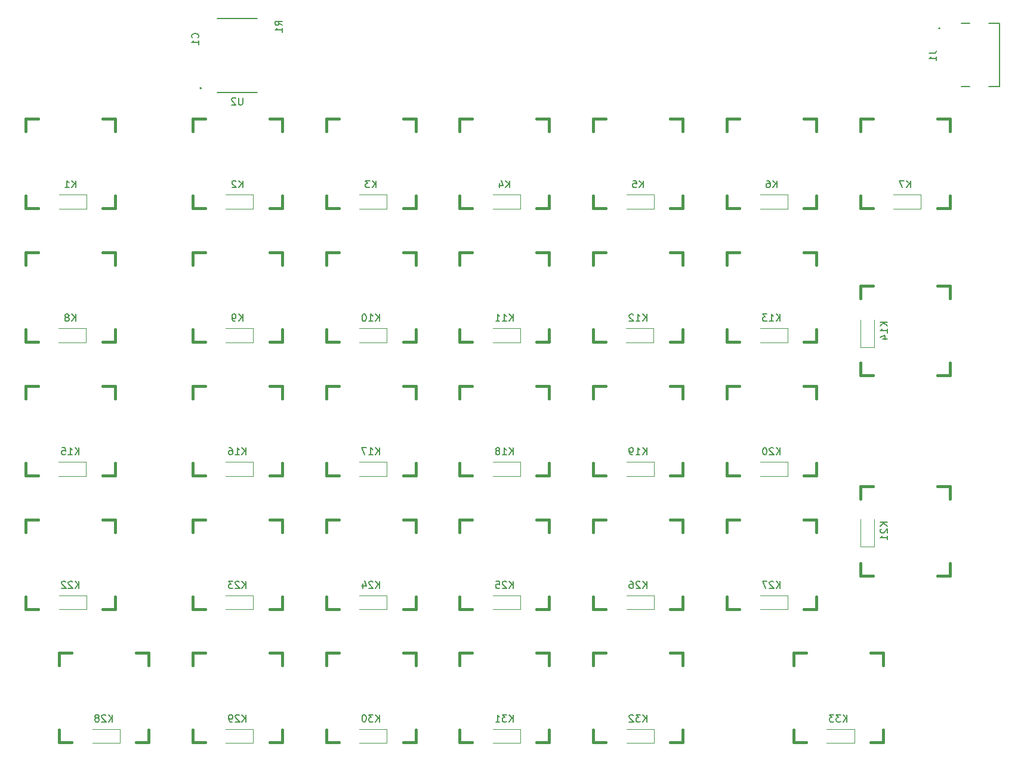
<source format=gbr>
%TF.GenerationSoftware,KiCad,Pcbnew,(5.1.6-0-10_14)*%
%TF.CreationDate,2020-07-02T10:25:43+02:00*%
%TF.ProjectId,aW_1,61575f31-2e6b-4696-9361-645f70636258,v1.0*%
%TF.SameCoordinates,Original*%
%TF.FileFunction,Legend,Bot*%
%TF.FilePolarity,Positive*%
%FSLAX46Y46*%
G04 Gerber Fmt 4.6, Leading zero omitted, Abs format (unit mm)*
G04 Created by KiCad (PCBNEW (5.1.6-0-10_14)) date 2020-07-02 10:25:43*
%MOMM*%
%LPD*%
G01*
G04 APERTURE LIST*
%ADD10C,0.381000*%
%ADD11C,0.127000*%
%ADD12C,0.200000*%
%ADD13C,0.120000*%
%ADD14C,0.160000*%
G04 APERTURE END LIST*
D10*
%TO.C,K33*%
X200602822Y-140671454D02*
X200602822Y-138893454D01*
X198824822Y-140671454D02*
X200602822Y-140671454D01*
X200602822Y-129749454D02*
X200602822Y-127971454D01*
X200602822Y-127971454D02*
X198824822Y-127971454D01*
X187902822Y-127971454D02*
X187902822Y-129749454D01*
X189680822Y-127971454D02*
X187902822Y-127971454D01*
X187902822Y-140671454D02*
X189680822Y-140671454D01*
X187902822Y-138893454D02*
X187902822Y-140671454D01*
%TO.C,K3*%
X134283422Y-53955854D02*
X134283422Y-52177854D01*
X134283422Y-52177854D02*
X132505422Y-52177854D01*
X132505422Y-64877854D02*
X134283422Y-64877854D01*
X134283422Y-64877854D02*
X134283422Y-63099854D01*
X121583422Y-64877854D02*
X123361422Y-64877854D01*
X121583422Y-63099854D02*
X121583422Y-64877854D01*
X123361422Y-52177854D02*
X121583422Y-52177854D01*
X121583422Y-52177854D02*
X121583422Y-53955854D01*
%TO.C,K13*%
X191128622Y-72904254D02*
X191128622Y-71126254D01*
X191128622Y-71126254D02*
X189350622Y-71126254D01*
X189350622Y-83826254D02*
X191128622Y-83826254D01*
X191128622Y-83826254D02*
X191128622Y-82048254D01*
X178428622Y-83826254D02*
X180206622Y-83826254D01*
X178428622Y-82048254D02*
X178428622Y-83826254D01*
X180206622Y-71126254D02*
X178428622Y-71126254D01*
X178428622Y-71126254D02*
X178428622Y-72904254D01*
%TO.C,K7*%
X210077022Y-53955854D02*
X210077022Y-52177854D01*
X210077022Y-52177854D02*
X208299022Y-52177854D01*
X208299022Y-64877854D02*
X210077022Y-64877854D01*
X210077022Y-64877854D02*
X210077022Y-63099854D01*
X197377022Y-64877854D02*
X199155022Y-64877854D01*
X197377022Y-63099854D02*
X197377022Y-64877854D01*
X199155022Y-52177854D02*
X197377022Y-52177854D01*
X197377022Y-52177854D02*
X197377022Y-53955854D01*
%TO.C,K12*%
X172180222Y-72904254D02*
X172180222Y-71126254D01*
X172180222Y-71126254D02*
X170402222Y-71126254D01*
X170402222Y-83826254D02*
X172180222Y-83826254D01*
X172180222Y-83826254D02*
X172180222Y-82048254D01*
X159480222Y-83826254D02*
X161258222Y-83826254D01*
X159480222Y-82048254D02*
X159480222Y-83826254D01*
X161258222Y-71126254D02*
X159480222Y-71126254D01*
X159480222Y-71126254D02*
X159480222Y-72904254D01*
%TO.C,K4*%
X153231822Y-53955854D02*
X153231822Y-52177854D01*
X153231822Y-52177854D02*
X151453822Y-52177854D01*
X151453822Y-64877854D02*
X153231822Y-64877854D01*
X153231822Y-64877854D02*
X153231822Y-63099854D01*
X140531822Y-64877854D02*
X142309822Y-64877854D01*
X140531822Y-63099854D02*
X140531822Y-64877854D01*
X142309822Y-52177854D02*
X140531822Y-52177854D01*
X140531822Y-52177854D02*
X140531822Y-53955854D01*
%TO.C,K16*%
X115335022Y-91852654D02*
X115335022Y-90074654D01*
X115335022Y-90074654D02*
X113557022Y-90074654D01*
X113557022Y-102774654D02*
X115335022Y-102774654D01*
X115335022Y-102774654D02*
X115335022Y-100996654D01*
X102635022Y-102774654D02*
X104413022Y-102774654D01*
X102635022Y-100996654D02*
X102635022Y-102774654D01*
X104413022Y-90074654D02*
X102635022Y-90074654D01*
X102635022Y-90074654D02*
X102635022Y-91852654D01*
%TO.C,K17*%
X134283422Y-91852654D02*
X134283422Y-90074654D01*
X134283422Y-90074654D02*
X132505422Y-90074654D01*
X132505422Y-102774654D02*
X134283422Y-102774654D01*
X134283422Y-102774654D02*
X134283422Y-100996654D01*
X121583422Y-102774654D02*
X123361422Y-102774654D01*
X121583422Y-100996654D02*
X121583422Y-102774654D01*
X123361422Y-90074654D02*
X121583422Y-90074654D01*
X121583422Y-90074654D02*
X121583422Y-91852654D01*
%TO.C,K20*%
X191128622Y-91852654D02*
X191128622Y-90074654D01*
X191128622Y-90074654D02*
X189350622Y-90074654D01*
X189350622Y-102774654D02*
X191128622Y-102774654D01*
X191128622Y-102774654D02*
X191128622Y-100996654D01*
X178428622Y-102774654D02*
X180206622Y-102774654D01*
X178428622Y-100996654D02*
X178428622Y-102774654D01*
X180206622Y-90074654D02*
X178428622Y-90074654D01*
X178428622Y-90074654D02*
X178428622Y-91852654D01*
%TO.C,K5*%
X172180222Y-53955854D02*
X172180222Y-52177854D01*
X172180222Y-52177854D02*
X170402222Y-52177854D01*
X170402222Y-64877854D02*
X172180222Y-64877854D01*
X172180222Y-64877854D02*
X172180222Y-63099854D01*
X159480222Y-64877854D02*
X161258222Y-64877854D01*
X159480222Y-63099854D02*
X159480222Y-64877854D01*
X161258222Y-52177854D02*
X159480222Y-52177854D01*
X159480222Y-52177854D02*
X159480222Y-53955854D01*
%TO.C,K11*%
X153231822Y-72904254D02*
X153231822Y-71126254D01*
X153231822Y-71126254D02*
X151453822Y-71126254D01*
X151453822Y-83826254D02*
X153231822Y-83826254D01*
X153231822Y-83826254D02*
X153231822Y-82048254D01*
X140531822Y-83826254D02*
X142309822Y-83826254D01*
X140531822Y-82048254D02*
X140531822Y-83826254D01*
X142309822Y-71126254D02*
X140531822Y-71126254D01*
X140531822Y-71126254D02*
X140531822Y-72904254D01*
%TO.C,K19*%
X172180222Y-91852654D02*
X172180222Y-90074654D01*
X172180222Y-90074654D02*
X170402222Y-90074654D01*
X170402222Y-102774654D02*
X172180222Y-102774654D01*
X172180222Y-102774654D02*
X172180222Y-100996654D01*
X159480222Y-102774654D02*
X161258222Y-102774654D01*
X159480222Y-100996654D02*
X159480222Y-102774654D01*
X161258222Y-90074654D02*
X159480222Y-90074654D01*
X159480222Y-90074654D02*
X159480222Y-91852654D01*
%TO.C,K18*%
X153231822Y-91852654D02*
X153231822Y-90074654D01*
X153231822Y-90074654D02*
X151453822Y-90074654D01*
X151453822Y-102774654D02*
X153231822Y-102774654D01*
X153231822Y-102774654D02*
X153231822Y-100996654D01*
X140531822Y-102774654D02*
X142309822Y-102774654D01*
X140531822Y-100996654D02*
X140531822Y-102774654D01*
X142309822Y-90074654D02*
X140531822Y-90074654D01*
X140531822Y-90074654D02*
X140531822Y-91852654D01*
%TO.C,K6*%
X191128622Y-53955854D02*
X191128622Y-52177854D01*
X191128622Y-52177854D02*
X189350622Y-52177854D01*
X189350622Y-64877854D02*
X191128622Y-64877854D01*
X191128622Y-64877854D02*
X191128622Y-63099854D01*
X178428622Y-64877854D02*
X180206622Y-64877854D01*
X178428622Y-63099854D02*
X178428622Y-64877854D01*
X180206622Y-52177854D02*
X178428622Y-52177854D01*
X178428622Y-52177854D02*
X178428622Y-53955854D01*
%TO.C,K9*%
X115335022Y-72904254D02*
X115335022Y-71126254D01*
X115335022Y-71126254D02*
X113557022Y-71126254D01*
X113557022Y-83826254D02*
X115335022Y-83826254D01*
X115335022Y-83826254D02*
X115335022Y-82048254D01*
X102635022Y-83826254D02*
X104413022Y-83826254D01*
X102635022Y-82048254D02*
X102635022Y-83826254D01*
X104413022Y-71126254D02*
X102635022Y-71126254D01*
X102635022Y-71126254D02*
X102635022Y-72904254D01*
%TO.C,K10*%
X134283422Y-72904254D02*
X134283422Y-71126254D01*
X134283422Y-71126254D02*
X132505422Y-71126254D01*
X132505422Y-83826254D02*
X134283422Y-83826254D01*
X134283422Y-83826254D02*
X134283422Y-82048254D01*
X121583422Y-83826254D02*
X123361422Y-83826254D01*
X121583422Y-82048254D02*
X121583422Y-83826254D01*
X123361422Y-71126254D02*
X121583422Y-71126254D01*
X121583422Y-71126254D02*
X121583422Y-72904254D01*
%TO.C,K2*%
X115335022Y-53955854D02*
X115335022Y-52177854D01*
X115335022Y-52177854D02*
X113557022Y-52177854D01*
X113557022Y-64877854D02*
X115335022Y-64877854D01*
X115335022Y-64877854D02*
X115335022Y-63099854D01*
X102635022Y-64877854D02*
X104413022Y-64877854D01*
X102635022Y-63099854D02*
X102635022Y-64877854D01*
X104413022Y-52177854D02*
X102635022Y-52177854D01*
X102635022Y-52177854D02*
X102635022Y-53955854D01*
%TO.C,K28*%
X96386622Y-129749454D02*
X96386622Y-127971454D01*
X96386622Y-127971454D02*
X94608622Y-127971454D01*
X94608622Y-140671454D02*
X96386622Y-140671454D01*
X96386622Y-140671454D02*
X96386622Y-138893454D01*
X83686622Y-140671454D02*
X85464622Y-140671454D01*
X83686622Y-138893454D02*
X83686622Y-140671454D01*
X85464622Y-127971454D02*
X83686622Y-127971454D01*
X83686622Y-127971454D02*
X83686622Y-129749454D01*
%TO.C,K30*%
X134283422Y-129749454D02*
X134283422Y-127971454D01*
X134283422Y-127971454D02*
X132505422Y-127971454D01*
X132505422Y-140671454D02*
X134283422Y-140671454D01*
X134283422Y-140671454D02*
X134283422Y-138893454D01*
X121583422Y-140671454D02*
X123361422Y-140671454D01*
X121583422Y-138893454D02*
X121583422Y-140671454D01*
X123361422Y-127971454D02*
X121583422Y-127971454D01*
X121583422Y-127971454D02*
X121583422Y-129749454D01*
%TO.C,K23*%
X115335022Y-110801054D02*
X115335022Y-109023054D01*
X115335022Y-109023054D02*
X113557022Y-109023054D01*
X113557022Y-121723054D02*
X115335022Y-121723054D01*
X115335022Y-121723054D02*
X115335022Y-119945054D01*
X102635022Y-121723054D02*
X104413022Y-121723054D01*
X102635022Y-119945054D02*
X102635022Y-121723054D01*
X104413022Y-109023054D02*
X102635022Y-109023054D01*
X102635022Y-109023054D02*
X102635022Y-110801054D01*
%TO.C,K32*%
X172180222Y-129749454D02*
X172180222Y-127971454D01*
X172180222Y-127971454D02*
X170402222Y-127971454D01*
X170402222Y-140671454D02*
X172180222Y-140671454D01*
X172180222Y-140671454D02*
X172180222Y-138893454D01*
X159480222Y-140671454D02*
X161258222Y-140671454D01*
X159480222Y-138893454D02*
X159480222Y-140671454D01*
X161258222Y-127971454D02*
X159480222Y-127971454D01*
X159480222Y-127971454D02*
X159480222Y-129749454D01*
%TO.C,K27*%
X191128622Y-110801054D02*
X191128622Y-109023054D01*
X191128622Y-109023054D02*
X189350622Y-109023054D01*
X189350622Y-121723054D02*
X191128622Y-121723054D01*
X191128622Y-121723054D02*
X191128622Y-119945054D01*
X178428622Y-121723054D02*
X180206622Y-121723054D01*
X178428622Y-119945054D02*
X178428622Y-121723054D01*
X180206622Y-109023054D02*
X178428622Y-109023054D01*
X178428622Y-109023054D02*
X178428622Y-110801054D01*
%TO.C,K25*%
X153231822Y-110801054D02*
X153231822Y-109023054D01*
X153231822Y-109023054D02*
X151453822Y-109023054D01*
X151453822Y-121723054D02*
X153231822Y-121723054D01*
X153231822Y-121723054D02*
X153231822Y-119945054D01*
X140531822Y-121723054D02*
X142309822Y-121723054D01*
X140531822Y-119945054D02*
X140531822Y-121723054D01*
X142309822Y-109023054D02*
X140531822Y-109023054D01*
X140531822Y-109023054D02*
X140531822Y-110801054D01*
%TO.C,K29*%
X115335022Y-129749454D02*
X115335022Y-127971454D01*
X115335022Y-127971454D02*
X113557022Y-127971454D01*
X113557022Y-140671454D02*
X115335022Y-140671454D01*
X115335022Y-140671454D02*
X115335022Y-138893454D01*
X102635022Y-140671454D02*
X104413022Y-140671454D01*
X102635022Y-138893454D02*
X102635022Y-140671454D01*
X104413022Y-127971454D02*
X102635022Y-127971454D01*
X102635022Y-127971454D02*
X102635022Y-129749454D01*
%TO.C,K26*%
X172180222Y-110801054D02*
X172180222Y-109023054D01*
X172180222Y-109023054D02*
X170402222Y-109023054D01*
X170402222Y-121723054D02*
X172180222Y-121723054D01*
X172180222Y-121723054D02*
X172180222Y-119945054D01*
X159480222Y-121723054D02*
X161258222Y-121723054D01*
X159480222Y-119945054D02*
X159480222Y-121723054D01*
X161258222Y-109023054D02*
X159480222Y-109023054D01*
X159480222Y-109023054D02*
X159480222Y-110801054D01*
%TO.C,K24*%
X134283422Y-110801054D02*
X134283422Y-109023054D01*
X134283422Y-109023054D02*
X132505422Y-109023054D01*
X132505422Y-121723054D02*
X134283422Y-121723054D01*
X134283422Y-121723054D02*
X134283422Y-119945054D01*
X121583422Y-121723054D02*
X123361422Y-121723054D01*
X121583422Y-119945054D02*
X121583422Y-121723054D01*
X123361422Y-109023054D02*
X121583422Y-109023054D01*
X121583422Y-109023054D02*
X121583422Y-110801054D01*
%TO.C,K31*%
X153231822Y-129749454D02*
X153231822Y-127971454D01*
X153231822Y-127971454D02*
X151453822Y-127971454D01*
X151453822Y-140671454D02*
X153231822Y-140671454D01*
X153231822Y-140671454D02*
X153231822Y-138893454D01*
X140531822Y-140671454D02*
X142309822Y-140671454D01*
X140531822Y-138893454D02*
X140531822Y-140671454D01*
X142309822Y-127971454D02*
X140531822Y-127971454D01*
X140531822Y-127971454D02*
X140531822Y-129749454D01*
%TO.C,K14*%
X197377022Y-75863354D02*
X197377022Y-77641354D01*
X199155022Y-75863354D02*
X197377022Y-75863354D01*
X210077022Y-75863354D02*
X208299022Y-75863354D01*
X210077022Y-77641354D02*
X210077022Y-75863354D01*
X208299022Y-88563354D02*
X210077022Y-88563354D01*
X210077022Y-88563354D02*
X210077022Y-86785354D01*
X197377022Y-86785354D02*
X197377022Y-88563354D01*
X197377022Y-88563354D02*
X199155022Y-88563354D01*
%TO.C,K8*%
X78949522Y-83826254D02*
X80727522Y-83826254D01*
X78949522Y-82048254D02*
X78949522Y-83826254D01*
X78949522Y-71126254D02*
X78949522Y-72904254D01*
X80727522Y-71126254D02*
X78949522Y-71126254D01*
X91649522Y-72904254D02*
X91649522Y-71126254D01*
X91649522Y-71126254D02*
X89871522Y-71126254D01*
X89871522Y-83826254D02*
X91649522Y-83826254D01*
X91649522Y-83826254D02*
X91649522Y-82048254D01*
%TO.C,K21*%
X197377022Y-104285954D02*
X197377022Y-106063954D01*
X199155022Y-104285954D02*
X197377022Y-104285954D01*
X210077022Y-104285954D02*
X208299022Y-104285954D01*
X210077022Y-106063954D02*
X210077022Y-104285954D01*
X208299022Y-116985954D02*
X210077022Y-116985954D01*
X210077022Y-116985954D02*
X210077022Y-115207954D01*
X197377022Y-115207954D02*
X197377022Y-116985954D01*
X197377022Y-116985954D02*
X199155022Y-116985954D01*
%TO.C,K22*%
X78949522Y-121723054D02*
X80727522Y-121723054D01*
X78949522Y-119945054D02*
X78949522Y-121723054D01*
X78949522Y-109023054D02*
X78949522Y-110801054D01*
X80727522Y-109023054D02*
X78949522Y-109023054D01*
X91649522Y-110801054D02*
X91649522Y-109023054D01*
X91649522Y-109023054D02*
X89871522Y-109023054D01*
X89871522Y-121723054D02*
X91649522Y-121723054D01*
X91649522Y-121723054D02*
X91649522Y-119945054D01*
%TO.C,K1*%
X78949522Y-64877854D02*
X80727522Y-64877854D01*
X78949522Y-63099854D02*
X78949522Y-64877854D01*
X78949522Y-52177854D02*
X78949522Y-53955854D01*
X80727522Y-52177854D02*
X78949522Y-52177854D01*
X91649522Y-53955854D02*
X91649522Y-52177854D01*
X91649522Y-52177854D02*
X89871522Y-52177854D01*
X89871522Y-64877854D02*
X91649522Y-64877854D01*
X91649522Y-64877854D02*
X91649522Y-63099854D01*
%TO.C,K15*%
X78949522Y-102774654D02*
X80727522Y-102774654D01*
X78949522Y-100996654D02*
X78949522Y-102774654D01*
X78949522Y-90074654D02*
X78949522Y-91852654D01*
X80727522Y-90074654D02*
X78949522Y-90074654D01*
X91649522Y-91852654D02*
X91649522Y-90074654D01*
X91649522Y-90074654D02*
X89871522Y-90074654D01*
X89871522Y-102774654D02*
X91649522Y-102774654D01*
X91649522Y-102774654D02*
X91649522Y-100996654D01*
D11*
%TO.C,U2*%
X106153392Y-48476074D02*
X111753392Y-48476074D01*
X111753392Y-37976074D02*
X106153392Y-37976074D01*
D12*
X103853392Y-47826074D02*
G75*
G03*
X103853392Y-47826074I-100000J0D01*
G01*
D13*
%TO.C,D35*%
X196502822Y-138744568D02*
X192602822Y-138744568D01*
X196502822Y-140744568D02*
X192602822Y-140744568D01*
X196502822Y-138744568D02*
X196502822Y-140744568D01*
%TO.C,D34*%
X168080222Y-138744568D02*
X164180222Y-138744568D01*
X168080222Y-140744568D02*
X164180222Y-140744568D01*
X168080222Y-138744568D02*
X168080222Y-140744568D01*
%TO.C,D33*%
X149131822Y-138744568D02*
X145231822Y-138744568D01*
X149131822Y-140744568D02*
X145231822Y-140744568D01*
X149131822Y-138744568D02*
X149131822Y-140744568D01*
%TO.C,D32*%
X130183422Y-138744568D02*
X126283422Y-138744568D01*
X130183422Y-140744568D02*
X126283422Y-140744568D01*
X130183422Y-138744568D02*
X130183422Y-140744568D01*
%TO.C,D31*%
X111235022Y-138744568D02*
X107335022Y-138744568D01*
X111235022Y-140744568D02*
X107335022Y-140744568D01*
X111235022Y-138744568D02*
X111235022Y-140744568D01*
%TO.C,D30*%
X92280272Y-138744568D02*
X88380272Y-138744568D01*
X92280272Y-140744568D02*
X88380272Y-140744568D01*
X92280272Y-138744568D02*
X92280272Y-140744568D01*
%TO.C,D29*%
X187028622Y-119796152D02*
X183128622Y-119796152D01*
X187028622Y-121796152D02*
X183128622Y-121796152D01*
X187028622Y-119796152D02*
X187028622Y-121796152D01*
%TO.C,D28*%
X168080222Y-119796152D02*
X164180222Y-119796152D01*
X168080222Y-121796152D02*
X164180222Y-121796152D01*
X168080222Y-119796152D02*
X168080222Y-121796152D01*
%TO.C,D27*%
X149100224Y-119796152D02*
X145200224Y-119796152D01*
X149100224Y-121796152D02*
X145200224Y-121796152D01*
X149100224Y-119796152D02*
X149100224Y-121796152D01*
%TO.C,D26*%
X130183422Y-119796152D02*
X126283422Y-119796152D01*
X130183422Y-121796152D02*
X126283422Y-121796152D01*
X130183422Y-119796152D02*
X130183422Y-121796152D01*
%TO.C,D25*%
X111235022Y-119796152D02*
X107335022Y-119796152D01*
X111235022Y-121796152D02*
X107335022Y-121796152D01*
X111235022Y-119796152D02*
X111235022Y-121796152D01*
%TO.C,D24*%
X87549522Y-119796152D02*
X83649522Y-119796152D01*
X87549522Y-121796152D02*
X83649522Y-121796152D01*
X87549522Y-119796152D02*
X87549522Y-121796152D01*
%TO.C,D23*%
X199366230Y-112885954D02*
X199366230Y-108985954D01*
X197366230Y-112885954D02*
X197366230Y-108985954D01*
X199366230Y-112885954D02*
X197366230Y-112885954D01*
%TO.C,D22*%
X187028622Y-100847736D02*
X183128622Y-100847736D01*
X187028622Y-102847736D02*
X183128622Y-102847736D01*
X187028622Y-100847736D02*
X187028622Y-102847736D01*
%TO.C,D21*%
X168080222Y-100847736D02*
X164180222Y-100847736D01*
X168080222Y-102847736D02*
X164180222Y-102847736D01*
X168080222Y-100847736D02*
X168080222Y-102847736D01*
%TO.C,D20*%
X149100224Y-100847736D02*
X145200224Y-100847736D01*
X149100224Y-102847736D02*
X145200224Y-102847736D01*
X149100224Y-100847736D02*
X149100224Y-102847736D01*
%TO.C,D19*%
X130183422Y-100847736D02*
X126283422Y-100847736D01*
X130183422Y-102847736D02*
X126283422Y-102847736D01*
X130183422Y-100847736D02*
X130183422Y-102847736D01*
%TO.C,D18*%
X111225273Y-100847736D02*
X107325273Y-100847736D01*
X111225273Y-102847736D02*
X107325273Y-102847736D01*
X111225273Y-100847736D02*
X111225273Y-102847736D01*
%TO.C,D17*%
X87517872Y-100847736D02*
X83617872Y-100847736D01*
X87517872Y-102847736D02*
X83617872Y-102847736D01*
X87517872Y-100847736D02*
X87517872Y-102847736D01*
%TO.C,D16*%
X199366230Y-84557182D02*
X199366230Y-80657182D01*
X197366230Y-84557182D02*
X197366230Y-80657182D01*
X199366230Y-84557182D02*
X197366230Y-84557182D01*
%TO.C,D15*%
X187028622Y-81899320D02*
X183128622Y-81899320D01*
X187028622Y-83899320D02*
X183128622Y-83899320D01*
X187028622Y-81899320D02*
X187028622Y-83899320D01*
%TO.C,D14*%
X168048640Y-81899320D02*
X164148640Y-81899320D01*
X168048640Y-83899320D02*
X164148640Y-83899320D01*
X168048640Y-81899320D02*
X168048640Y-83899320D01*
%TO.C,D13*%
X149100224Y-81899320D02*
X145200224Y-81899320D01*
X149100224Y-83899320D02*
X145200224Y-83899320D01*
X149100224Y-81899320D02*
X149100224Y-83899320D01*
%TO.C,D12*%
X130151808Y-81899320D02*
X126251808Y-81899320D01*
X130151808Y-83899320D02*
X126251808Y-83899320D01*
X130151808Y-81899320D02*
X130151808Y-83899320D01*
%TO.C,D11*%
X111203392Y-81899320D02*
X107303392Y-81899320D01*
X111203392Y-83899320D02*
X107303392Y-83899320D01*
X111203392Y-81899320D02*
X111203392Y-83899320D01*
%TO.C,D10*%
X87517872Y-81899320D02*
X83617872Y-81899320D01*
X87517872Y-83899320D02*
X83617872Y-83899320D01*
X87517872Y-81899320D02*
X87517872Y-83899320D01*
%TO.C,D9*%
X205977022Y-62950904D02*
X202077022Y-62950904D01*
X205977022Y-64950904D02*
X202077022Y-64950904D01*
X205977022Y-62950904D02*
X205977022Y-64950904D01*
%TO.C,D8*%
X187028622Y-62950904D02*
X183128622Y-62950904D01*
X187028622Y-64950904D02*
X183128622Y-64950904D01*
X187028622Y-62950904D02*
X187028622Y-64950904D01*
%TO.C,D7*%
X168080222Y-62950904D02*
X164180222Y-62950904D01*
X168080222Y-64950904D02*
X164180222Y-64950904D01*
X168080222Y-62950904D02*
X168080222Y-64950904D01*
%TO.C,D6*%
X149131822Y-62950904D02*
X145231822Y-62950904D01*
X149131822Y-64950904D02*
X145231822Y-64950904D01*
X149131822Y-62950904D02*
X149131822Y-64950904D01*
%TO.C,D5*%
X130151808Y-62950904D02*
X126251808Y-62950904D01*
X130151808Y-64950904D02*
X126251808Y-64950904D01*
X130151808Y-62950904D02*
X130151808Y-64950904D01*
%TO.C,D4*%
X111235022Y-62950904D02*
X107335022Y-62950904D01*
X111235022Y-64950904D02*
X107335022Y-64950904D01*
X111235022Y-62950904D02*
X111235022Y-64950904D01*
%TO.C,D3*%
X87549522Y-62950904D02*
X83649522Y-62950904D01*
X87549522Y-64950904D02*
X83649522Y-64950904D01*
X87549522Y-62950904D02*
X87549522Y-64950904D01*
D12*
%TO.C,J1*%
X215591128Y-38654352D02*
X217081128Y-38654352D01*
X217081128Y-38654352D02*
X217081128Y-47594352D01*
X217081128Y-47594352D02*
X215591128Y-47594352D01*
X211661128Y-38654352D02*
X212871128Y-38654352D01*
X211661128Y-47594352D02*
X212871128Y-47594352D01*
X208671128Y-39344352D02*
G75*
G03*
X208671128Y-39344352I-100000J0D01*
G01*
%TO.C,K33*%
X195467107Y-137734334D02*
X195467107Y-136734334D01*
X194895679Y-137734334D02*
X195324250Y-137162906D01*
X194895679Y-136734334D02*
X195467107Y-137305763D01*
X194562345Y-136734334D02*
X193943298Y-136734334D01*
X194276631Y-137115287D01*
X194133774Y-137115287D01*
X194038536Y-137162906D01*
X193990917Y-137210525D01*
X193943298Y-137305763D01*
X193943298Y-137543858D01*
X193990917Y-137639096D01*
X194038536Y-137686715D01*
X194133774Y-137734334D01*
X194419488Y-137734334D01*
X194514726Y-137686715D01*
X194562345Y-137639096D01*
X193609964Y-136734334D02*
X192990917Y-136734334D01*
X193324250Y-137115287D01*
X193181393Y-137115287D01*
X193086155Y-137162906D01*
X193038536Y-137210525D01*
X192990917Y-137305763D01*
X192990917Y-137543858D01*
X193038536Y-137639096D01*
X193086155Y-137686715D01*
X193181393Y-137734334D01*
X193467107Y-137734334D01*
X193562345Y-137686715D01*
X193609964Y-137639096D01*
%TO.C,K3*%
X128671517Y-61940734D02*
X128671517Y-60940734D01*
X128100088Y-61940734D02*
X128528660Y-61369306D01*
X128100088Y-60940734D02*
X128671517Y-61512163D01*
X127766755Y-60940734D02*
X127147707Y-60940734D01*
X127481041Y-61321687D01*
X127338183Y-61321687D01*
X127242945Y-61369306D01*
X127195326Y-61416925D01*
X127147707Y-61512163D01*
X127147707Y-61750258D01*
X127195326Y-61845496D01*
X127242945Y-61893115D01*
X127338183Y-61940734D01*
X127623898Y-61940734D01*
X127719136Y-61893115D01*
X127766755Y-61845496D01*
%TO.C,K13*%
X185992907Y-80889134D02*
X185992907Y-79889134D01*
X185421479Y-80889134D02*
X185850050Y-80317706D01*
X185421479Y-79889134D02*
X185992907Y-80460563D01*
X184469098Y-80889134D02*
X185040526Y-80889134D01*
X184754812Y-80889134D02*
X184754812Y-79889134D01*
X184850050Y-80031992D01*
X184945288Y-80127230D01*
X185040526Y-80174849D01*
X184135764Y-79889134D02*
X183516717Y-79889134D01*
X183850050Y-80270087D01*
X183707193Y-80270087D01*
X183611955Y-80317706D01*
X183564336Y-80365325D01*
X183516717Y-80460563D01*
X183516717Y-80698658D01*
X183564336Y-80793896D01*
X183611955Y-80841515D01*
X183707193Y-80889134D01*
X183992907Y-80889134D01*
X184088145Y-80841515D01*
X184135764Y-80793896D01*
%TO.C,K7*%
X204465117Y-61940734D02*
X204465117Y-60940734D01*
X203893688Y-61940734D02*
X204322260Y-61369306D01*
X203893688Y-60940734D02*
X204465117Y-61512163D01*
X203560355Y-60940734D02*
X202893688Y-60940734D01*
X203322260Y-61940734D01*
%TO.C,K12*%
X167044507Y-80889134D02*
X167044507Y-79889134D01*
X166473079Y-80889134D02*
X166901650Y-80317706D01*
X166473079Y-79889134D02*
X167044507Y-80460563D01*
X165520698Y-80889134D02*
X166092126Y-80889134D01*
X165806412Y-80889134D02*
X165806412Y-79889134D01*
X165901650Y-80031992D01*
X165996888Y-80127230D01*
X166092126Y-80174849D01*
X165139745Y-79984373D02*
X165092126Y-79936754D01*
X164996888Y-79889134D01*
X164758793Y-79889134D01*
X164663555Y-79936754D01*
X164615936Y-79984373D01*
X164568317Y-80079611D01*
X164568317Y-80174849D01*
X164615936Y-80317706D01*
X165187364Y-80889134D01*
X164568317Y-80889134D01*
%TO.C,K4*%
X147619917Y-61940734D02*
X147619917Y-60940734D01*
X147048488Y-61940734D02*
X147477060Y-61369306D01*
X147048488Y-60940734D02*
X147619917Y-61512163D01*
X146191345Y-61274068D02*
X146191345Y-61940734D01*
X146429441Y-60893115D02*
X146667536Y-61607401D01*
X146048488Y-61607401D01*
%TO.C,K16*%
X110199307Y-99837534D02*
X110199307Y-98837534D01*
X109627879Y-99837534D02*
X110056450Y-99266106D01*
X109627879Y-98837534D02*
X110199307Y-99408963D01*
X108675498Y-99837534D02*
X109246926Y-99837534D01*
X108961212Y-99837534D02*
X108961212Y-98837534D01*
X109056450Y-98980392D01*
X109151688Y-99075630D01*
X109246926Y-99123249D01*
X107818355Y-98837534D02*
X108008831Y-98837534D01*
X108104069Y-98885154D01*
X108151688Y-98932773D01*
X108246926Y-99075630D01*
X108294545Y-99266106D01*
X108294545Y-99647058D01*
X108246926Y-99742296D01*
X108199307Y-99789915D01*
X108104069Y-99837534D01*
X107913593Y-99837534D01*
X107818355Y-99789915D01*
X107770736Y-99742296D01*
X107723117Y-99647058D01*
X107723117Y-99408963D01*
X107770736Y-99313725D01*
X107818355Y-99266106D01*
X107913593Y-99218487D01*
X108104069Y-99218487D01*
X108199307Y-99266106D01*
X108246926Y-99313725D01*
X108294545Y-99408963D01*
%TO.C,K17*%
X129147707Y-99837534D02*
X129147707Y-98837534D01*
X128576279Y-99837534D02*
X129004850Y-99266106D01*
X128576279Y-98837534D02*
X129147707Y-99408963D01*
X127623898Y-99837534D02*
X128195326Y-99837534D01*
X127909612Y-99837534D02*
X127909612Y-98837534D01*
X128004850Y-98980392D01*
X128100088Y-99075630D01*
X128195326Y-99123249D01*
X127290564Y-98837534D02*
X126623898Y-98837534D01*
X127052469Y-99837534D01*
%TO.C,K20*%
X185992907Y-99837534D02*
X185992907Y-98837534D01*
X185421479Y-99837534D02*
X185850050Y-99266106D01*
X185421479Y-98837534D02*
X185992907Y-99408963D01*
X185040526Y-98932773D02*
X184992907Y-98885154D01*
X184897669Y-98837534D01*
X184659574Y-98837534D01*
X184564336Y-98885154D01*
X184516717Y-98932773D01*
X184469098Y-99028011D01*
X184469098Y-99123249D01*
X184516717Y-99266106D01*
X185088145Y-99837534D01*
X184469098Y-99837534D01*
X183850050Y-98837534D02*
X183754812Y-98837534D01*
X183659574Y-98885154D01*
X183611955Y-98932773D01*
X183564336Y-99028011D01*
X183516717Y-99218487D01*
X183516717Y-99456582D01*
X183564336Y-99647058D01*
X183611955Y-99742296D01*
X183659574Y-99789915D01*
X183754812Y-99837534D01*
X183850050Y-99837534D01*
X183945288Y-99789915D01*
X183992907Y-99742296D01*
X184040526Y-99647058D01*
X184088145Y-99456582D01*
X184088145Y-99218487D01*
X184040526Y-99028011D01*
X183992907Y-98932773D01*
X183945288Y-98885154D01*
X183850050Y-98837534D01*
%TO.C,K5*%
X166568317Y-61940734D02*
X166568317Y-60940734D01*
X165996888Y-61940734D02*
X166425460Y-61369306D01*
X165996888Y-60940734D02*
X166568317Y-61512163D01*
X165092126Y-60940734D02*
X165568317Y-60940734D01*
X165615936Y-61416925D01*
X165568317Y-61369306D01*
X165473079Y-61321687D01*
X165234983Y-61321687D01*
X165139745Y-61369306D01*
X165092126Y-61416925D01*
X165044507Y-61512163D01*
X165044507Y-61750258D01*
X165092126Y-61845496D01*
X165139745Y-61893115D01*
X165234983Y-61940734D01*
X165473079Y-61940734D01*
X165568317Y-61893115D01*
X165615936Y-61845496D01*
%TO.C,K11*%
X148096107Y-80889134D02*
X148096107Y-79889134D01*
X147524679Y-80889134D02*
X147953250Y-80317706D01*
X147524679Y-79889134D02*
X148096107Y-80460563D01*
X146572298Y-80889134D02*
X147143726Y-80889134D01*
X146858012Y-80889134D02*
X146858012Y-79889134D01*
X146953250Y-80031992D01*
X147048488Y-80127230D01*
X147143726Y-80174849D01*
X145619917Y-80889134D02*
X146191345Y-80889134D01*
X145905631Y-80889134D02*
X145905631Y-79889134D01*
X146000869Y-80031992D01*
X146096107Y-80127230D01*
X146191345Y-80174849D01*
%TO.C,K19*%
X167044507Y-99837534D02*
X167044507Y-98837534D01*
X166473079Y-99837534D02*
X166901650Y-99266106D01*
X166473079Y-98837534D02*
X167044507Y-99408963D01*
X165520698Y-99837534D02*
X166092126Y-99837534D01*
X165806412Y-99837534D02*
X165806412Y-98837534D01*
X165901650Y-98980392D01*
X165996888Y-99075630D01*
X166092126Y-99123249D01*
X165044507Y-99837534D02*
X164854031Y-99837534D01*
X164758793Y-99789915D01*
X164711174Y-99742296D01*
X164615936Y-99599439D01*
X164568317Y-99408963D01*
X164568317Y-99028011D01*
X164615936Y-98932773D01*
X164663555Y-98885154D01*
X164758793Y-98837534D01*
X164949269Y-98837534D01*
X165044507Y-98885154D01*
X165092126Y-98932773D01*
X165139745Y-99028011D01*
X165139745Y-99266106D01*
X165092126Y-99361344D01*
X165044507Y-99408963D01*
X164949269Y-99456582D01*
X164758793Y-99456582D01*
X164663555Y-99408963D01*
X164615936Y-99361344D01*
X164568317Y-99266106D01*
%TO.C,K18*%
X148096107Y-99837534D02*
X148096107Y-98837534D01*
X147524679Y-99837534D02*
X147953250Y-99266106D01*
X147524679Y-98837534D02*
X148096107Y-99408963D01*
X146572298Y-99837534D02*
X147143726Y-99837534D01*
X146858012Y-99837534D02*
X146858012Y-98837534D01*
X146953250Y-98980392D01*
X147048488Y-99075630D01*
X147143726Y-99123249D01*
X146000869Y-99266106D02*
X146096107Y-99218487D01*
X146143726Y-99170868D01*
X146191345Y-99075630D01*
X146191345Y-99028011D01*
X146143726Y-98932773D01*
X146096107Y-98885154D01*
X146000869Y-98837534D01*
X145810393Y-98837534D01*
X145715155Y-98885154D01*
X145667536Y-98932773D01*
X145619917Y-99028011D01*
X145619917Y-99075630D01*
X145667536Y-99170868D01*
X145715155Y-99218487D01*
X145810393Y-99266106D01*
X146000869Y-99266106D01*
X146096107Y-99313725D01*
X146143726Y-99361344D01*
X146191345Y-99456582D01*
X146191345Y-99647058D01*
X146143726Y-99742296D01*
X146096107Y-99789915D01*
X146000869Y-99837534D01*
X145810393Y-99837534D01*
X145715155Y-99789915D01*
X145667536Y-99742296D01*
X145619917Y-99647058D01*
X145619917Y-99456582D01*
X145667536Y-99361344D01*
X145715155Y-99313725D01*
X145810393Y-99266106D01*
%TO.C,K6*%
X185516717Y-61940734D02*
X185516717Y-60940734D01*
X184945288Y-61940734D02*
X185373860Y-61369306D01*
X184945288Y-60940734D02*
X185516717Y-61512163D01*
X184088145Y-60940734D02*
X184278622Y-60940734D01*
X184373860Y-60988354D01*
X184421479Y-61035973D01*
X184516717Y-61178830D01*
X184564336Y-61369306D01*
X184564336Y-61750258D01*
X184516717Y-61845496D01*
X184469098Y-61893115D01*
X184373860Y-61940734D01*
X184183383Y-61940734D01*
X184088145Y-61893115D01*
X184040526Y-61845496D01*
X183992907Y-61750258D01*
X183992907Y-61512163D01*
X184040526Y-61416925D01*
X184088145Y-61369306D01*
X184183383Y-61321687D01*
X184373860Y-61321687D01*
X184469098Y-61369306D01*
X184516717Y-61416925D01*
X184564336Y-61512163D01*
%TO.C,K9*%
X109723117Y-80889134D02*
X109723117Y-79889134D01*
X109151688Y-80889134D02*
X109580260Y-80317706D01*
X109151688Y-79889134D02*
X109723117Y-80460563D01*
X108675498Y-80889134D02*
X108485022Y-80889134D01*
X108389783Y-80841515D01*
X108342164Y-80793896D01*
X108246926Y-80651039D01*
X108199307Y-80460563D01*
X108199307Y-80079611D01*
X108246926Y-79984373D01*
X108294545Y-79936754D01*
X108389783Y-79889134D01*
X108580260Y-79889134D01*
X108675498Y-79936754D01*
X108723117Y-79984373D01*
X108770736Y-80079611D01*
X108770736Y-80317706D01*
X108723117Y-80412944D01*
X108675498Y-80460563D01*
X108580260Y-80508182D01*
X108389783Y-80508182D01*
X108294545Y-80460563D01*
X108246926Y-80412944D01*
X108199307Y-80317706D01*
%TO.C,K10*%
X129147707Y-80889134D02*
X129147707Y-79889134D01*
X128576279Y-80889134D02*
X129004850Y-80317706D01*
X128576279Y-79889134D02*
X129147707Y-80460563D01*
X127623898Y-80889134D02*
X128195326Y-80889134D01*
X127909612Y-80889134D02*
X127909612Y-79889134D01*
X128004850Y-80031992D01*
X128100088Y-80127230D01*
X128195326Y-80174849D01*
X127004850Y-79889134D02*
X126909612Y-79889134D01*
X126814374Y-79936754D01*
X126766755Y-79984373D01*
X126719136Y-80079611D01*
X126671517Y-80270087D01*
X126671517Y-80508182D01*
X126719136Y-80698658D01*
X126766755Y-80793896D01*
X126814374Y-80841515D01*
X126909612Y-80889134D01*
X127004850Y-80889134D01*
X127100088Y-80841515D01*
X127147707Y-80793896D01*
X127195326Y-80698658D01*
X127242945Y-80508182D01*
X127242945Y-80270087D01*
X127195326Y-80079611D01*
X127147707Y-79984373D01*
X127100088Y-79936754D01*
X127004850Y-79889134D01*
%TO.C,K2*%
X109723117Y-61940734D02*
X109723117Y-60940734D01*
X109151688Y-61940734D02*
X109580260Y-61369306D01*
X109151688Y-60940734D02*
X109723117Y-61512163D01*
X108770736Y-61035973D02*
X108723117Y-60988354D01*
X108627879Y-60940734D01*
X108389783Y-60940734D01*
X108294545Y-60988354D01*
X108246926Y-61035973D01*
X108199307Y-61131211D01*
X108199307Y-61226449D01*
X108246926Y-61369306D01*
X108818355Y-61940734D01*
X108199307Y-61940734D01*
%TO.C,K28*%
X91250907Y-137734334D02*
X91250907Y-136734334D01*
X90679479Y-137734334D02*
X91108050Y-137162906D01*
X90679479Y-136734334D02*
X91250907Y-137305763D01*
X90298526Y-136829573D02*
X90250907Y-136781954D01*
X90155669Y-136734334D01*
X89917574Y-136734334D01*
X89822336Y-136781954D01*
X89774717Y-136829573D01*
X89727098Y-136924811D01*
X89727098Y-137020049D01*
X89774717Y-137162906D01*
X90346145Y-137734334D01*
X89727098Y-137734334D01*
X89155669Y-137162906D02*
X89250907Y-137115287D01*
X89298526Y-137067668D01*
X89346145Y-136972430D01*
X89346145Y-136924811D01*
X89298526Y-136829573D01*
X89250907Y-136781954D01*
X89155669Y-136734334D01*
X88965193Y-136734334D01*
X88869955Y-136781954D01*
X88822336Y-136829573D01*
X88774717Y-136924811D01*
X88774717Y-136972430D01*
X88822336Y-137067668D01*
X88869955Y-137115287D01*
X88965193Y-137162906D01*
X89155669Y-137162906D01*
X89250907Y-137210525D01*
X89298526Y-137258144D01*
X89346145Y-137353382D01*
X89346145Y-137543858D01*
X89298526Y-137639096D01*
X89250907Y-137686715D01*
X89155669Y-137734334D01*
X88965193Y-137734334D01*
X88869955Y-137686715D01*
X88822336Y-137639096D01*
X88774717Y-137543858D01*
X88774717Y-137353382D01*
X88822336Y-137258144D01*
X88869955Y-137210525D01*
X88965193Y-137162906D01*
%TO.C,K30*%
X129147707Y-137734334D02*
X129147707Y-136734334D01*
X128576279Y-137734334D02*
X129004850Y-137162906D01*
X128576279Y-136734334D02*
X129147707Y-137305763D01*
X128242945Y-136734334D02*
X127623898Y-136734334D01*
X127957231Y-137115287D01*
X127814374Y-137115287D01*
X127719136Y-137162906D01*
X127671517Y-137210525D01*
X127623898Y-137305763D01*
X127623898Y-137543858D01*
X127671517Y-137639096D01*
X127719136Y-137686715D01*
X127814374Y-137734334D01*
X128100088Y-137734334D01*
X128195326Y-137686715D01*
X128242945Y-137639096D01*
X127004850Y-136734334D02*
X126909612Y-136734334D01*
X126814374Y-136781954D01*
X126766755Y-136829573D01*
X126719136Y-136924811D01*
X126671517Y-137115287D01*
X126671517Y-137353382D01*
X126719136Y-137543858D01*
X126766755Y-137639096D01*
X126814374Y-137686715D01*
X126909612Y-137734334D01*
X127004850Y-137734334D01*
X127100088Y-137686715D01*
X127147707Y-137639096D01*
X127195326Y-137543858D01*
X127242945Y-137353382D01*
X127242945Y-137115287D01*
X127195326Y-136924811D01*
X127147707Y-136829573D01*
X127100088Y-136781954D01*
X127004850Y-136734334D01*
%TO.C,K23*%
X110199307Y-118785934D02*
X110199307Y-117785934D01*
X109627879Y-118785934D02*
X110056450Y-118214506D01*
X109627879Y-117785934D02*
X110199307Y-118357363D01*
X109246926Y-117881173D02*
X109199307Y-117833554D01*
X109104069Y-117785934D01*
X108865974Y-117785934D01*
X108770736Y-117833554D01*
X108723117Y-117881173D01*
X108675498Y-117976411D01*
X108675498Y-118071649D01*
X108723117Y-118214506D01*
X109294545Y-118785934D01*
X108675498Y-118785934D01*
X108342164Y-117785934D02*
X107723117Y-117785934D01*
X108056450Y-118166887D01*
X107913593Y-118166887D01*
X107818355Y-118214506D01*
X107770736Y-118262125D01*
X107723117Y-118357363D01*
X107723117Y-118595458D01*
X107770736Y-118690696D01*
X107818355Y-118738315D01*
X107913593Y-118785934D01*
X108199307Y-118785934D01*
X108294545Y-118738315D01*
X108342164Y-118690696D01*
%TO.C,K32*%
X167044507Y-137734334D02*
X167044507Y-136734334D01*
X166473079Y-137734334D02*
X166901650Y-137162906D01*
X166473079Y-136734334D02*
X167044507Y-137305763D01*
X166139745Y-136734334D02*
X165520698Y-136734334D01*
X165854031Y-137115287D01*
X165711174Y-137115287D01*
X165615936Y-137162906D01*
X165568317Y-137210525D01*
X165520698Y-137305763D01*
X165520698Y-137543858D01*
X165568317Y-137639096D01*
X165615936Y-137686715D01*
X165711174Y-137734334D01*
X165996888Y-137734334D01*
X166092126Y-137686715D01*
X166139745Y-137639096D01*
X165139745Y-136829573D02*
X165092126Y-136781954D01*
X164996888Y-136734334D01*
X164758793Y-136734334D01*
X164663555Y-136781954D01*
X164615936Y-136829573D01*
X164568317Y-136924811D01*
X164568317Y-137020049D01*
X164615936Y-137162906D01*
X165187364Y-137734334D01*
X164568317Y-137734334D01*
%TO.C,K27*%
X185992907Y-118785934D02*
X185992907Y-117785934D01*
X185421479Y-118785934D02*
X185850050Y-118214506D01*
X185421479Y-117785934D02*
X185992907Y-118357363D01*
X185040526Y-117881173D02*
X184992907Y-117833554D01*
X184897669Y-117785934D01*
X184659574Y-117785934D01*
X184564336Y-117833554D01*
X184516717Y-117881173D01*
X184469098Y-117976411D01*
X184469098Y-118071649D01*
X184516717Y-118214506D01*
X185088145Y-118785934D01*
X184469098Y-118785934D01*
X184135764Y-117785934D02*
X183469098Y-117785934D01*
X183897669Y-118785934D01*
%TO.C,K25*%
X148096107Y-118785934D02*
X148096107Y-117785934D01*
X147524679Y-118785934D02*
X147953250Y-118214506D01*
X147524679Y-117785934D02*
X148096107Y-118357363D01*
X147143726Y-117881173D02*
X147096107Y-117833554D01*
X147000869Y-117785934D01*
X146762774Y-117785934D01*
X146667536Y-117833554D01*
X146619917Y-117881173D01*
X146572298Y-117976411D01*
X146572298Y-118071649D01*
X146619917Y-118214506D01*
X147191345Y-118785934D01*
X146572298Y-118785934D01*
X145667536Y-117785934D02*
X146143726Y-117785934D01*
X146191345Y-118262125D01*
X146143726Y-118214506D01*
X146048488Y-118166887D01*
X145810393Y-118166887D01*
X145715155Y-118214506D01*
X145667536Y-118262125D01*
X145619917Y-118357363D01*
X145619917Y-118595458D01*
X145667536Y-118690696D01*
X145715155Y-118738315D01*
X145810393Y-118785934D01*
X146048488Y-118785934D01*
X146143726Y-118738315D01*
X146191345Y-118690696D01*
%TO.C,K29*%
X110199307Y-137734334D02*
X110199307Y-136734334D01*
X109627879Y-137734334D02*
X110056450Y-137162906D01*
X109627879Y-136734334D02*
X110199307Y-137305763D01*
X109246926Y-136829573D02*
X109199307Y-136781954D01*
X109104069Y-136734334D01*
X108865974Y-136734334D01*
X108770736Y-136781954D01*
X108723117Y-136829573D01*
X108675498Y-136924811D01*
X108675498Y-137020049D01*
X108723117Y-137162906D01*
X109294545Y-137734334D01*
X108675498Y-137734334D01*
X108199307Y-137734334D02*
X108008831Y-137734334D01*
X107913593Y-137686715D01*
X107865974Y-137639096D01*
X107770736Y-137496239D01*
X107723117Y-137305763D01*
X107723117Y-136924811D01*
X107770736Y-136829573D01*
X107818355Y-136781954D01*
X107913593Y-136734334D01*
X108104069Y-136734334D01*
X108199307Y-136781954D01*
X108246926Y-136829573D01*
X108294545Y-136924811D01*
X108294545Y-137162906D01*
X108246926Y-137258144D01*
X108199307Y-137305763D01*
X108104069Y-137353382D01*
X107913593Y-137353382D01*
X107818355Y-137305763D01*
X107770736Y-137258144D01*
X107723117Y-137162906D01*
%TO.C,K26*%
X167044507Y-118785934D02*
X167044507Y-117785934D01*
X166473079Y-118785934D02*
X166901650Y-118214506D01*
X166473079Y-117785934D02*
X167044507Y-118357363D01*
X166092126Y-117881173D02*
X166044507Y-117833554D01*
X165949269Y-117785934D01*
X165711174Y-117785934D01*
X165615936Y-117833554D01*
X165568317Y-117881173D01*
X165520698Y-117976411D01*
X165520698Y-118071649D01*
X165568317Y-118214506D01*
X166139745Y-118785934D01*
X165520698Y-118785934D01*
X164663555Y-117785934D02*
X164854031Y-117785934D01*
X164949269Y-117833554D01*
X164996888Y-117881173D01*
X165092126Y-118024030D01*
X165139745Y-118214506D01*
X165139745Y-118595458D01*
X165092126Y-118690696D01*
X165044507Y-118738315D01*
X164949269Y-118785934D01*
X164758793Y-118785934D01*
X164663555Y-118738315D01*
X164615936Y-118690696D01*
X164568317Y-118595458D01*
X164568317Y-118357363D01*
X164615936Y-118262125D01*
X164663555Y-118214506D01*
X164758793Y-118166887D01*
X164949269Y-118166887D01*
X165044507Y-118214506D01*
X165092126Y-118262125D01*
X165139745Y-118357363D01*
%TO.C,K24*%
X129147707Y-118785934D02*
X129147707Y-117785934D01*
X128576279Y-118785934D02*
X129004850Y-118214506D01*
X128576279Y-117785934D02*
X129147707Y-118357363D01*
X128195326Y-117881173D02*
X128147707Y-117833554D01*
X128052469Y-117785934D01*
X127814374Y-117785934D01*
X127719136Y-117833554D01*
X127671517Y-117881173D01*
X127623898Y-117976411D01*
X127623898Y-118071649D01*
X127671517Y-118214506D01*
X128242945Y-118785934D01*
X127623898Y-118785934D01*
X126766755Y-118119268D02*
X126766755Y-118785934D01*
X127004850Y-117738315D02*
X127242945Y-118452601D01*
X126623898Y-118452601D01*
%TO.C,K31*%
X148096107Y-137734334D02*
X148096107Y-136734334D01*
X147524679Y-137734334D02*
X147953250Y-137162906D01*
X147524679Y-136734334D02*
X148096107Y-137305763D01*
X147191345Y-136734334D02*
X146572298Y-136734334D01*
X146905631Y-137115287D01*
X146762774Y-137115287D01*
X146667536Y-137162906D01*
X146619917Y-137210525D01*
X146572298Y-137305763D01*
X146572298Y-137543858D01*
X146619917Y-137639096D01*
X146667536Y-137686715D01*
X146762774Y-137734334D01*
X147048488Y-137734334D01*
X147143726Y-137686715D01*
X147191345Y-137639096D01*
X145619917Y-137734334D02*
X146191345Y-137734334D01*
X145905631Y-137734334D02*
X145905631Y-136734334D01*
X146000869Y-136877192D01*
X146096107Y-136972430D01*
X146191345Y-137020049D01*
%TO.C,K14*%
X201218902Y-80999068D02*
X200218902Y-80999068D01*
X201218902Y-81570496D02*
X200647474Y-81141925D01*
X200218902Y-81570496D02*
X200790331Y-80999068D01*
X201218902Y-82522877D02*
X201218902Y-81951449D01*
X201218902Y-82237163D02*
X200218902Y-82237163D01*
X200361760Y-82141925D01*
X200456998Y-82046687D01*
X200504617Y-81951449D01*
X200552236Y-83380020D02*
X201218902Y-83380020D01*
X200171283Y-83141925D02*
X200885569Y-82903830D01*
X200885569Y-83522877D01*
%TO.C,K8*%
X86037617Y-80889134D02*
X86037617Y-79889134D01*
X85466188Y-80889134D02*
X85894760Y-80317706D01*
X85466188Y-79889134D02*
X86037617Y-80460563D01*
X84894760Y-80317706D02*
X84989998Y-80270087D01*
X85037617Y-80222468D01*
X85085236Y-80127230D01*
X85085236Y-80079611D01*
X85037617Y-79984373D01*
X84989998Y-79936754D01*
X84894760Y-79889134D01*
X84704283Y-79889134D01*
X84609045Y-79936754D01*
X84561426Y-79984373D01*
X84513807Y-80079611D01*
X84513807Y-80127230D01*
X84561426Y-80222468D01*
X84609045Y-80270087D01*
X84704283Y-80317706D01*
X84894760Y-80317706D01*
X84989998Y-80365325D01*
X85037617Y-80412944D01*
X85085236Y-80508182D01*
X85085236Y-80698658D01*
X85037617Y-80793896D01*
X84989998Y-80841515D01*
X84894760Y-80889134D01*
X84704283Y-80889134D01*
X84609045Y-80841515D01*
X84561426Y-80793896D01*
X84513807Y-80698658D01*
X84513807Y-80508182D01*
X84561426Y-80412944D01*
X84609045Y-80365325D01*
X84704283Y-80317706D01*
%TO.C,K21*%
X201218902Y-109421668D02*
X200218902Y-109421668D01*
X201218902Y-109993096D02*
X200647474Y-109564525D01*
X200218902Y-109993096D02*
X200790331Y-109421668D01*
X200314141Y-110374049D02*
X200266522Y-110421668D01*
X200218902Y-110516906D01*
X200218902Y-110755001D01*
X200266522Y-110850239D01*
X200314141Y-110897858D01*
X200409379Y-110945477D01*
X200504617Y-110945477D01*
X200647474Y-110897858D01*
X201218902Y-110326430D01*
X201218902Y-110945477D01*
X201218902Y-111897858D02*
X201218902Y-111326430D01*
X201218902Y-111612144D02*
X200218902Y-111612144D01*
X200361760Y-111516906D01*
X200456998Y-111421668D01*
X200504617Y-111326430D01*
%TO.C,K22*%
X86513807Y-118785934D02*
X86513807Y-117785934D01*
X85942379Y-118785934D02*
X86370950Y-118214506D01*
X85942379Y-117785934D02*
X86513807Y-118357363D01*
X85561426Y-117881173D02*
X85513807Y-117833554D01*
X85418569Y-117785934D01*
X85180474Y-117785934D01*
X85085236Y-117833554D01*
X85037617Y-117881173D01*
X84989998Y-117976411D01*
X84989998Y-118071649D01*
X85037617Y-118214506D01*
X85609045Y-118785934D01*
X84989998Y-118785934D01*
X84609045Y-117881173D02*
X84561426Y-117833554D01*
X84466188Y-117785934D01*
X84228093Y-117785934D01*
X84132855Y-117833554D01*
X84085236Y-117881173D01*
X84037617Y-117976411D01*
X84037617Y-118071649D01*
X84085236Y-118214506D01*
X84656664Y-118785934D01*
X84037617Y-118785934D01*
%TO.C,K1*%
X86037617Y-61940734D02*
X86037617Y-60940734D01*
X85466188Y-61940734D02*
X85894760Y-61369306D01*
X85466188Y-60940734D02*
X86037617Y-61512163D01*
X84513807Y-61940734D02*
X85085236Y-61940734D01*
X84799522Y-61940734D02*
X84799522Y-60940734D01*
X84894760Y-61083592D01*
X84989998Y-61178830D01*
X85085236Y-61226449D01*
%TO.C,K15*%
X86513807Y-99837534D02*
X86513807Y-98837534D01*
X85942379Y-99837534D02*
X86370950Y-99266106D01*
X85942379Y-98837534D02*
X86513807Y-99408963D01*
X84989998Y-99837534D02*
X85561426Y-99837534D01*
X85275712Y-99837534D02*
X85275712Y-98837534D01*
X85370950Y-98980392D01*
X85466188Y-99075630D01*
X85561426Y-99123249D01*
X84085236Y-98837534D02*
X84561426Y-98837534D01*
X84609045Y-99313725D01*
X84561426Y-99266106D01*
X84466188Y-99218487D01*
X84228093Y-99218487D01*
X84132855Y-99266106D01*
X84085236Y-99313725D01*
X84037617Y-99408963D01*
X84037617Y-99647058D01*
X84085236Y-99742296D01*
X84132855Y-99789915D01*
X84228093Y-99837534D01*
X84466188Y-99837534D01*
X84561426Y-99789915D01*
X84609045Y-99742296D01*
%TO.C,U2*%
D14*
X109715296Y-49191972D02*
X109715296Y-50001496D01*
X109667677Y-50096734D01*
X109620058Y-50144353D01*
X109524820Y-50191972D01*
X109334344Y-50191972D01*
X109239106Y-50144353D01*
X109191487Y-50096734D01*
X109143868Y-50001496D01*
X109143868Y-49191972D01*
X108715296Y-49287211D02*
X108667677Y-49239592D01*
X108572439Y-49191972D01*
X108334344Y-49191972D01*
X108239106Y-49239592D01*
X108191487Y-49287211D01*
X108143868Y-49382449D01*
X108143868Y-49477687D01*
X108191487Y-49620544D01*
X108762915Y-50191972D01*
X108143868Y-50191972D01*
%TO.C,C1*%
X103389154Y-40690855D02*
X103436773Y-40643236D01*
X103484392Y-40500379D01*
X103484392Y-40405141D01*
X103436773Y-40262283D01*
X103341535Y-40167045D01*
X103246297Y-40119426D01*
X103055821Y-40071807D01*
X102912964Y-40071807D01*
X102722488Y-40119426D01*
X102627250Y-40167045D01*
X102532012Y-40262283D01*
X102484392Y-40405141D01*
X102484392Y-40500379D01*
X102532012Y-40643236D01*
X102579631Y-40690855D01*
X103484392Y-41643236D02*
X103484392Y-41071807D01*
X103484392Y-41357522D02*
X102484392Y-41357522D01*
X102627250Y-41262283D01*
X102722488Y-41167045D01*
X102770107Y-41071807D01*
%TO.C,J1*%
X207118508Y-42892740D02*
X207832794Y-42892740D01*
X207975651Y-42845121D01*
X208070889Y-42749883D01*
X208118508Y-42607026D01*
X208118508Y-42511788D01*
X208118508Y-43892740D02*
X208118508Y-43321312D01*
X208118508Y-43607026D02*
X207118508Y-43607026D01*
X207261366Y-43511788D01*
X207356604Y-43416550D01*
X207404223Y-43321312D01*
%TO.C,R1*%
X115327152Y-38914441D02*
X114850962Y-38581108D01*
X115327152Y-38343012D02*
X114327152Y-38343012D01*
X114327152Y-38723965D01*
X114374772Y-38819203D01*
X114422391Y-38866822D01*
X114517629Y-38914441D01*
X114660486Y-38914441D01*
X114755724Y-38866822D01*
X114803343Y-38819203D01*
X114850962Y-38723965D01*
X114850962Y-38343012D01*
X115327152Y-39866822D02*
X115327152Y-39295393D01*
X115327152Y-39581108D02*
X114327152Y-39581108D01*
X114470010Y-39485869D01*
X114565248Y-39390631D01*
X114612867Y-39295393D01*
%TD*%
M02*

</source>
